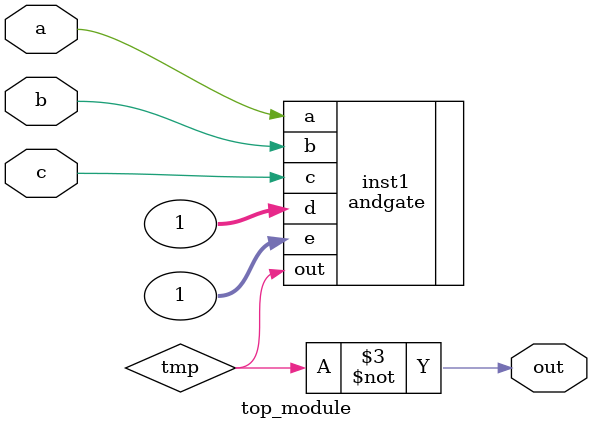
<source format=v>
module top_module (input a, input b, input c, output out);
	
    wire tmp;
    andgate inst1 (.a(a), .b(b), .c(c), .d(1), .e(1), .out(tmp));
    assign out = ~tmp;

endmodule


</source>
